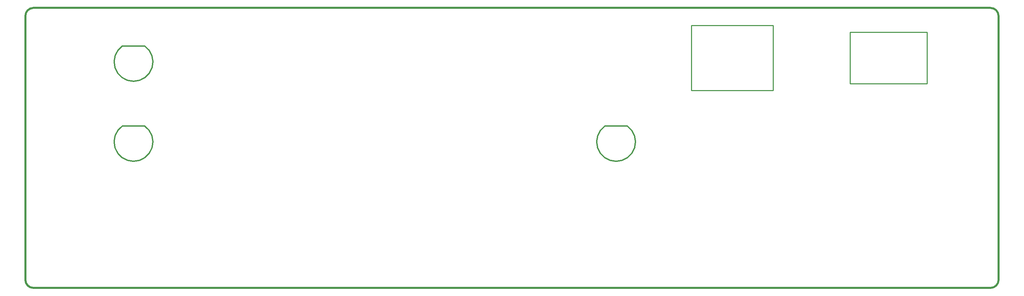
<source format=gko>
G04*
G04 #@! TF.GenerationSoftware,Altium Limited,Altium Designer,22.6.1 (34)*
G04*
G04 Layer_Color=16777215*
%FSLAX43Y43*%
%MOMM*%
G71*
G04*
G04 #@! TF.SameCoordinates,99C1152C-6A39-4C0D-8BA1-0B4153190082*
G04*
G04*
G04 #@! TF.FilePolarity,Positive*
G04*
G01*
G75*
%ADD11C,0.500*%
%ADD12C,0.250*%
%ADD16C,0.300*%
D11*
X87000Y160000D02*
G03*
X85000Y158000I0J-2000D01*
G01*
X326000Y90000D02*
G03*
X328000Y92000I0J2000D01*
G01*
X328000Y158000D02*
G03*
X326000Y160000I-2000J0D01*
G01*
X85015Y92000D02*
G03*
X87015Y90000I2000J0D01*
G01*
X85000Y158000D02*
X85000Y92000D01*
X87000Y160000D02*
X326000Y160000D01*
X328000Y158000D02*
X328000Y92000D01*
X87000Y90000D02*
X326000Y90000D01*
X87000Y160000D02*
G03*
X85000Y158000I0J-2000D01*
G01*
X328000D02*
G03*
X326000Y160000I-2000J0D01*
G01*
X326000Y90000D02*
G03*
X328000Y92000I0J2000D01*
G01*
X85000D02*
G03*
X87000Y90000I2000J0D01*
G01*
Y160000D02*
X326000D01*
X328000Y158000D02*
X328000Y92000D01*
X326000Y89987D02*
Y90000D01*
X87000Y90000D02*
X326000D01*
X85000Y92000D02*
Y158000D01*
D12*
X290900Y153950D02*
X310100Y153950D01*
X310100Y141050D01*
X290900Y141050D02*
X310100Y141050D01*
X290900Y153950D02*
X290900Y141050D01*
X251300Y139400D02*
X271700D01*
X251300D02*
Y155600D01*
X271700D01*
Y139400D02*
Y155600D01*
X290900Y153950D02*
X290900Y141050D01*
X310100Y141050D01*
X310100Y153950D02*
X310100Y141050D01*
X290900Y153950D02*
X310100Y153950D01*
X251300Y139400D02*
X271700D01*
X251300D02*
Y155600D01*
X271700D01*
Y139400D02*
Y155600D01*
D16*
X229718Y130473D02*
G03*
X235282Y130473I2782J-3973D01*
G01*
X109218D02*
G03*
X114782Y130473I2782J-3973D01*
G01*
X109225Y150475D02*
G03*
X114789Y150475I2782J-3973D01*
G01*
X229718Y130473D02*
X235282D01*
X109218D02*
X114782D01*
X109200Y150464D02*
X114825D01*
M02*

</source>
